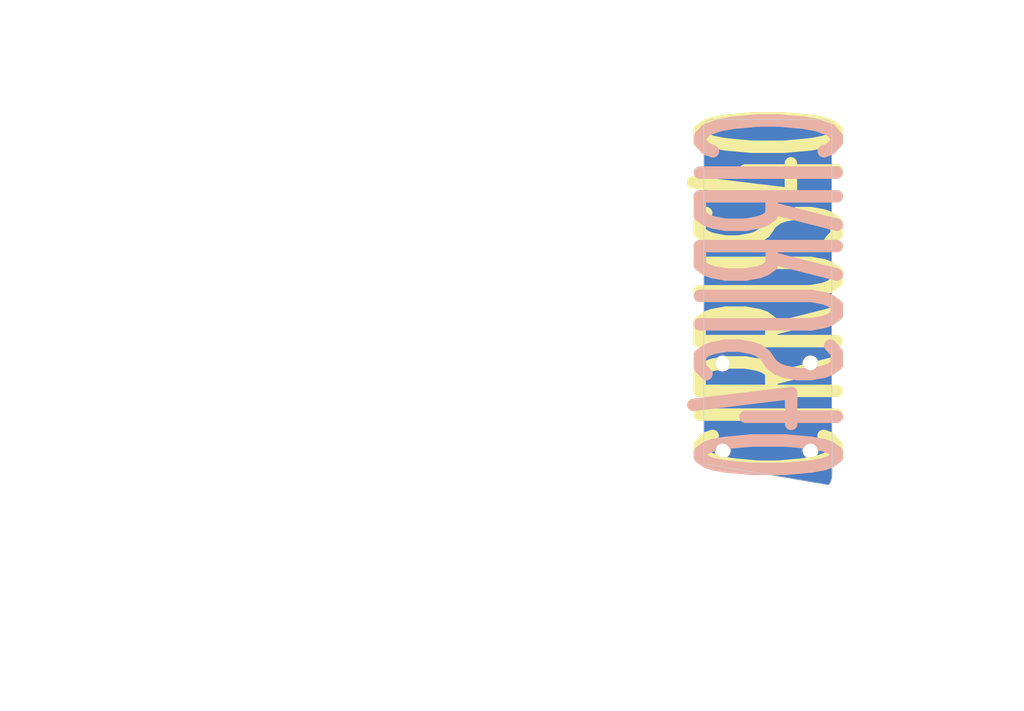
<source format=kicad_pcb>
(kicad_pcb (version 20241229) (generator "pcbnew") (generator_version "9.0")
  (title_block (title "Cirrus40") (rev "1") (company "schuay"))
  (layers (0 "F.Cu" signal) (2 "B.Cu" signal) (13 "F.Paste" user) (15 "B.Paste" user) (5 "F.SilkS" user "F.Silkscreen") (7 "B.SilkS" user "B.Silkscreen") (1 "F.Mask" user) (3 "B.Mask" user) (25 "Edge.Cuts" user))
  (net 0 "")
  (net 1 "GND")
  (footprint "MountingHole:MountingHole_2.2mm_M2" (layer "F.Cu") (at 172.085 96.52)
    (property "Reference" "REF**" (hide yes))
    (property "Value" "MountingHole_2.2mm_M2")
    (pad "" np_thru_hole circle (at 0 0) (size 2.2 2.2) (drill 2.2) (layers "*.Cu" "*.Mask"))
  )
  (footprint "MountingHole:MountingHole_2.2mm_M2" (layer "F.Cu") (at 157.978815 96.52)
    (property "Reference" "REF**" (hide yes))
    (property "Value" "MountingHole_2.2mm_M2")
    (pad "" np_thru_hole circle (at 0 0) (size 2.2 2.2) (drill 2.2) (layers "*.Cu" "*.Mask"))
  )
  (footprint "MountingHole:MountingHole_2.2mm_M2" (layer "F.Cu") (at 157.978815 110.49)
    (property "Reference" "REF**" (hide yes))
    (property "Value" "MountingHole_2.2mm_M2")
    (pad "" np_thru_hole circle (at 0 0) (size 2.2 2.2) (drill 2.2) (layers "*.Cu" "*.Mask"))
  )
  (footprint "MountingHole:MountingHole_2.2mm_M2" (layer "F.Cu") (at 172.085 110.49)
    (property "Reference" "REF**" (hide yes))
    (property "Value" "MountingHole_2.2mm_M2")
    (pad "" np_thru_hole circle (at 0 0) (size 2.2 2.2) (drill 2.2) (layers "*.Cu" "*.Mask"))
  )
  (gr_curve (pts (xy 154.94 112.276316) (xy 154.94 112.522) (xy 155.263002 112.661508) (xy 155.263002 112.661508)) (stroke (width 0.1)) (layer "Edge.Cuts"))
  (gr_line (start 155.263002 112.661508) (end 175.002395 116.072816) (stroke (width 0.1)) (layer "Edge.Cuts"))
  (gr_line (start 175.50445 58.587596) (end 175.500343 98.890326) (stroke (width 0.1)) (layer "Edge.Cuts"))
  (gr_arc (start 174.242474 57.3133) (mid 175.136107 57.69678) (end 175.50445 58.587596) (stroke (width 0.1)) (layer "Edge.Cuts"))
  (gr_curve (pts (xy 175.002395 116.072816) (xy 175.554061 115.627507) (xy 175.569409 114.277279) (xy 175.569409 114.277279)) (stroke (width 0.1)) (layer "Edge.Cuts"))
  (gr_line (start 154.94 58.576259) (end 154.94 112.276316) (stroke (width 0.1)) (layer "Edge.Cuts"))
  (gr_line (start 156.223458 57.314342) (end 174.242474 57.3133) (stroke (width 0.1)) (layer "Edge.Cuts"))
  (gr_arc (start 154.94 58.576259) (mid 155.315786 57.690312) (end 156.223458 57.314342) (stroke (width 0.1)) (layer "Edge.Cuts"))
  (gr_line (start 175.500343 98.890326) (end 175.569409 114.277279) (stroke (width 0.1)) (layer "Edge.Cuts"))
  (gr_text "CIRRUS40" (at 179.07 115.951 90) (layer "F.SilkS") (effects (font (size 22 8) (thickness 2) (bold yes)) (justify left bottom)))
  (gr_text "CIRRUS40" (at 179.112197 54.622821 90) (layer "B.SilkS") (effects (font (size 22 8) (thickness 2) (bold yes)) (justify left bottom mirror)))
  (zone (net 1) (net_name "GND") (layers "F.Cu" "B.Cu") (connect_pads (clearance 0.508)) (min_thickness 0.25) (fill yes (thermal_gap 0.5) (thermal_bridge_width 0.5))
    (polygon (pts (xy 206.375 144.145) (xy 203.835 44.45) (xy 41.91 38.1) (xy 50.165 152.4)))
  )
)
</source>
